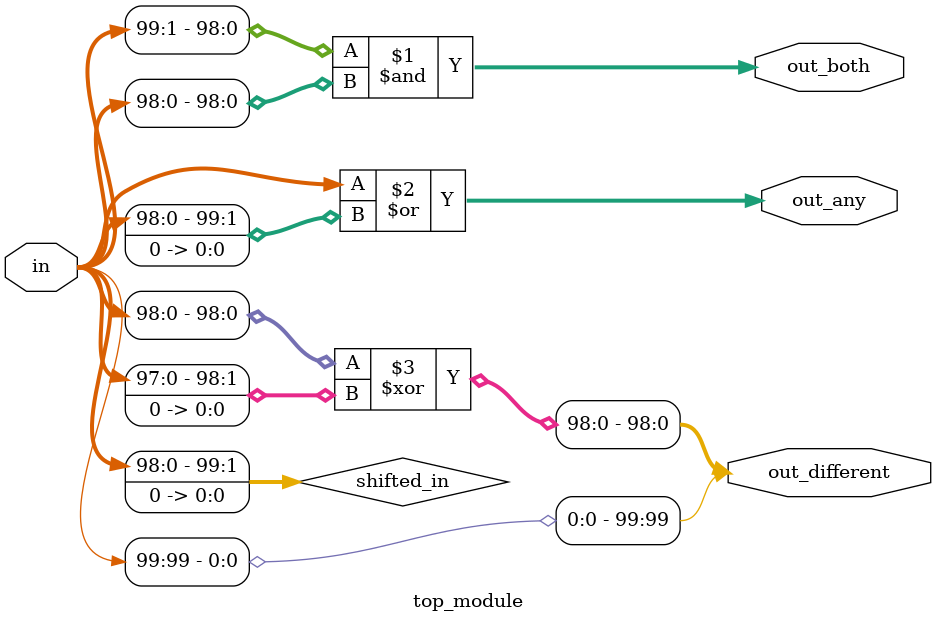
<source format=sv>
module top_module (
    input [99:0] in,
    output [98:0] out_both,
    output [99:0] out_any,
    output [99:0] out_different
);
    
    // Shifted input vector by one bit to the right, inserting zero at MSB
    wire [99:0] shifted_in = {in[98:0], 1'b0};
    
    // Generate the out_both signal
    assign out_both = in[99:1] & in[98:0];
    
    // Generate the out_any signal
    assign out_any = in | shifted_in;
    
    // Generate the out_different signal
    assign out_different[99] = in[99]; // Use the first bit of in directly for comparison with MSB of shifted input later 
    assign out_different[98:0] = in[98:0] ^ shifted_in[98:0];
    
endmodule

</source>
